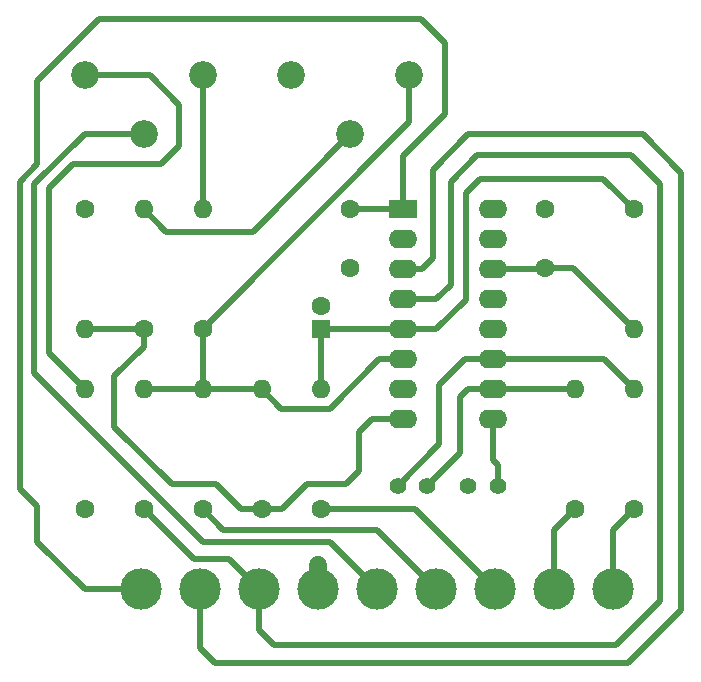
<source format=gbl>
G04 #@! TF.GenerationSoftware,KiCad,Pcbnew,(5.1.7)-1*
G04 #@! TF.CreationDate,2022-12-29T18:38:42+01:00*
G04 #@! TF.ProjectId,Abstimmspannungs-Modul,41627374-696d-46d7-9370-616e6e756e67,rev?*
G04 #@! TF.SameCoordinates,Original*
G04 #@! TF.FileFunction,Copper,L2,Bot*
G04 #@! TF.FilePolarity,Positive*
%FSLAX46Y46*%
G04 Gerber Fmt 4.6, Leading zero omitted, Abs format (unit mm)*
G04 Created by KiCad (PCBNEW (5.1.7)-1) date 2022-12-29 18:38:42*
%MOMM*%
%LPD*%
G01*
G04 APERTURE LIST*
G04 #@! TA.AperFunction,ComponentPad*
%ADD10C,1.400000*%
G04 #@! TD*
G04 #@! TA.AperFunction,ComponentPad*
%ADD11C,1.600000*%
G04 #@! TD*
G04 #@! TA.AperFunction,ComponentPad*
%ADD12O,1.600000X1.600000*%
G04 #@! TD*
G04 #@! TA.AperFunction,ComponentPad*
%ADD13R,2.400000X1.600000*%
G04 #@! TD*
G04 #@! TA.AperFunction,ComponentPad*
%ADD14O,2.400000X1.600000*%
G04 #@! TD*
G04 #@! TA.AperFunction,ComponentPad*
%ADD15C,2.340000*%
G04 #@! TD*
G04 #@! TA.AperFunction,ComponentPad*
%ADD16R,1.600000X1.600000*%
G04 #@! TD*
G04 #@! TA.AperFunction,ComponentPad*
%ADD17C,3.500000*%
G04 #@! TD*
G04 #@! TA.AperFunction,ViaPad*
%ADD18C,1.200000*%
G04 #@! TD*
G04 #@! TA.AperFunction,Conductor*
%ADD19C,1.500000*%
G04 #@! TD*
G04 #@! TA.AperFunction,Conductor*
%ADD20C,0.500000*%
G04 #@! TD*
G04 APERTURE END LIST*
D10*
X76000000Y-78250000D03*
X73500000Y-78250000D03*
X67500000Y-78250000D03*
X70000000Y-78250000D03*
D11*
X82500000Y-80250000D03*
D12*
X82500000Y-70090000D03*
D11*
X87500000Y-80250000D03*
D12*
X87500000Y-70090000D03*
D11*
X61000000Y-80250000D03*
D12*
X61000000Y-70090000D03*
D11*
X87500000Y-54840000D03*
D12*
X87500000Y-65000000D03*
D11*
X63500000Y-54840000D03*
X63500000Y-59840000D03*
X80000000Y-54840000D03*
X80000000Y-59840000D03*
D13*
X67940000Y-54840000D03*
D14*
X75560000Y-72620000D03*
X67940000Y-57380000D03*
X75560000Y-70080000D03*
X67940000Y-59920000D03*
X75560000Y-67540000D03*
X67940000Y-62460000D03*
X75560000Y-65000000D03*
X67940000Y-65000000D03*
X75560000Y-62460000D03*
X67940000Y-67540000D03*
X75560000Y-59920000D03*
X67940000Y-70080000D03*
X75560000Y-57380000D03*
X67940000Y-72620000D03*
X75560000Y-54840000D03*
D11*
X41000000Y-80250000D03*
D12*
X41000000Y-70090000D03*
D11*
X51000000Y-80250000D03*
D12*
X51000000Y-70090000D03*
D11*
X46000000Y-65000000D03*
D12*
X46000000Y-54840000D03*
D11*
X41000000Y-54840000D03*
D12*
X41000000Y-65000000D03*
D11*
X56000000Y-80250000D03*
D12*
X56000000Y-70090000D03*
D11*
X51000000Y-65000000D03*
D12*
X51000000Y-54840000D03*
D11*
X46000000Y-80250000D03*
D12*
X46000000Y-70090000D03*
D15*
X58500000Y-43500000D03*
X63500000Y-48500000D03*
X68500000Y-43500000D03*
X41000000Y-43500000D03*
X46000000Y-48500000D03*
X51000000Y-43500000D03*
D16*
X61000000Y-65000000D03*
D11*
X61000000Y-63000000D03*
D17*
X45750000Y-87000000D03*
X50750000Y-87000000D03*
X55750000Y-87000000D03*
X60750000Y-87000000D03*
X65750000Y-87000000D03*
X70750000Y-87000000D03*
X75750000Y-87000000D03*
X80750000Y-87000000D03*
X85750000Y-87000000D03*
D18*
X60750000Y-85000000D03*
D19*
X60750000Y-87000000D02*
X60750000Y-85000000D01*
D20*
X36750000Y-52750000D02*
X41000000Y-48500000D01*
X36750000Y-68750000D02*
X36750000Y-52750000D01*
X51000000Y-83000000D02*
X36750000Y-68750000D01*
X61750000Y-83000000D02*
X51000000Y-83000000D01*
X41000000Y-48500000D02*
X46000000Y-48500000D01*
X65750000Y-87000000D02*
X61750000Y-83000000D01*
X67940000Y-65000000D02*
X61000000Y-65000000D01*
X61000000Y-65000000D02*
X61000000Y-70090000D01*
X67940000Y-65000000D02*
X70750000Y-65000000D01*
X70750000Y-65000000D02*
X73250000Y-62500000D01*
X73250000Y-62500000D02*
X73250000Y-53500000D01*
X73250000Y-53500000D02*
X74500000Y-52250000D01*
X84910000Y-52250000D02*
X87500000Y-54840000D01*
X74500000Y-52250000D02*
X84910000Y-52250000D01*
X63500000Y-54840000D02*
X67940000Y-54840000D01*
X67940000Y-50310000D02*
X67940000Y-54840000D01*
X71500000Y-40750000D02*
X71500000Y-46750000D01*
X71500000Y-46750000D02*
X67940000Y-50310000D01*
X69500000Y-38750000D02*
X71500000Y-40750000D01*
X37000000Y-44010038D02*
X42260038Y-38750000D01*
X35500000Y-52500000D02*
X37000000Y-51000000D01*
X37000000Y-51000000D02*
X37000000Y-44010038D01*
X35500000Y-78500000D02*
X35500000Y-52500000D01*
X42260038Y-38750000D02*
X69500000Y-38750000D01*
X37000000Y-80000000D02*
X35500000Y-78500000D01*
X37000000Y-83000000D02*
X37000000Y-80000000D01*
X41000000Y-87000000D02*
X37000000Y-83000000D01*
X45750000Y-87000000D02*
X41000000Y-87000000D01*
X69580000Y-59920000D02*
X67940000Y-59920000D01*
X70500000Y-51500000D02*
X70500000Y-59000000D01*
X73500000Y-48500000D02*
X70500000Y-51500000D01*
X70500000Y-59000000D02*
X69580000Y-59920000D01*
X88250000Y-48500000D02*
X73500000Y-48500000D01*
X91500000Y-51750000D02*
X88250000Y-48500000D01*
X91500000Y-88750000D02*
X91500000Y-51750000D01*
X52000000Y-93250000D02*
X87000000Y-93250000D01*
X87000000Y-93250000D02*
X91500000Y-88750000D01*
X50750000Y-92000000D02*
X52000000Y-93250000D01*
X50750000Y-87000000D02*
X50750000Y-92000000D01*
X50250000Y-84500000D02*
X46000000Y-80250000D01*
X53250000Y-84500000D02*
X50250000Y-84500000D01*
X55750000Y-87000000D02*
X53250000Y-84500000D01*
X70790000Y-62460000D02*
X67940000Y-62460000D01*
X72000000Y-61250000D02*
X70790000Y-62460000D01*
X72000000Y-52500000D02*
X72000000Y-61250000D01*
X74250000Y-50250000D02*
X72000000Y-52500000D01*
X89750000Y-52750000D02*
X87250000Y-50250000D01*
X89750000Y-88000000D02*
X89750000Y-52750000D01*
X86000000Y-91750000D02*
X89750000Y-88000000D01*
X57000000Y-91750000D02*
X86000000Y-91750000D01*
X87250000Y-50250000D02*
X74250000Y-50250000D01*
X55750000Y-90500000D02*
X57000000Y-91750000D01*
X55750000Y-87000000D02*
X55750000Y-90500000D01*
X65750000Y-82000000D02*
X70750000Y-87000000D01*
X52750000Y-82000000D02*
X65750000Y-82000000D01*
X51000000Y-80250000D02*
X52750000Y-82000000D01*
X69000000Y-80250000D02*
X75750000Y-87000000D01*
X61000000Y-80250000D02*
X69000000Y-80250000D01*
X80750000Y-82000000D02*
X82500000Y-80250000D01*
X80750000Y-87000000D02*
X80750000Y-82000000D01*
X85750000Y-82000000D02*
X87500000Y-80250000D01*
X85750000Y-87000000D02*
X85750000Y-82000000D01*
X46000000Y-54840000D02*
X47910000Y-56750000D01*
X55250000Y-56750000D02*
X63500000Y-48500000D01*
X47910000Y-56750000D02*
X55250000Y-56750000D01*
X46000000Y-70090000D02*
X56000000Y-70090000D01*
X51000000Y-70090000D02*
X51000000Y-65000000D01*
X56000000Y-70090000D02*
X57660000Y-71750000D01*
X57660000Y-71750000D02*
X61750000Y-71750000D01*
X65960000Y-67540000D02*
X67940000Y-67540000D01*
X61750000Y-71750000D02*
X65960000Y-67540000D01*
X68500000Y-43500000D02*
X68500000Y-47250000D01*
X68500000Y-47500000D02*
X68500000Y-47250000D01*
X51000000Y-65000000D02*
X68500000Y-47500000D01*
X46000000Y-65000000D02*
X41000000Y-65000000D01*
X52125000Y-78125000D02*
X54250000Y-80250000D01*
X48375000Y-78125000D02*
X52125000Y-78125000D01*
X43500000Y-73250000D02*
X48375000Y-78125000D01*
X43500000Y-69000000D02*
X43500000Y-73250000D01*
X46000000Y-66500000D02*
X43500000Y-69000000D01*
X54250000Y-80250000D02*
X56000000Y-80250000D01*
X46000000Y-65000000D02*
X46000000Y-66500000D01*
X64245000Y-73745000D02*
X65370000Y-72620000D01*
X64245000Y-77005000D02*
X64245000Y-73745000D01*
X59870000Y-78120000D02*
X63130000Y-78120000D01*
X65370000Y-72620000D02*
X67940000Y-72620000D01*
X63130000Y-78120000D02*
X64245000Y-77005000D01*
X57750000Y-80240000D02*
X59870000Y-78120000D01*
X57750000Y-80250000D02*
X57750000Y-80240000D01*
X56000000Y-80250000D02*
X57750000Y-80250000D01*
X46500000Y-43500000D02*
X41000000Y-43500000D01*
X49000000Y-46000000D02*
X46500000Y-43500000D01*
X49000000Y-49500000D02*
X49000000Y-46000000D01*
X47500000Y-51000000D02*
X49000000Y-49500000D01*
X40000000Y-51000000D02*
X47500000Y-51000000D01*
X37955000Y-53045000D02*
X40000000Y-51000000D01*
X37955000Y-67045000D02*
X37955000Y-53045000D01*
X41000000Y-70090000D02*
X37955000Y-67045000D01*
X51000000Y-43500000D02*
X51000000Y-54840000D01*
X82490000Y-70080000D02*
X82500000Y-70090000D01*
X75560000Y-70080000D02*
X82490000Y-70080000D01*
X70000000Y-78250000D02*
X72750000Y-75500000D01*
X72750000Y-75500000D02*
X72750000Y-70750000D01*
X73420000Y-70080000D02*
X75560000Y-70080000D01*
X72750000Y-70750000D02*
X73420000Y-70080000D01*
X84950000Y-67540000D02*
X87500000Y-70090000D01*
X75560000Y-67540000D02*
X84950000Y-67540000D01*
X67500000Y-78250000D02*
X71000000Y-74750000D01*
X71000000Y-74750000D02*
X71000000Y-69750000D01*
X73210000Y-67540000D02*
X75560000Y-67540000D01*
X71000000Y-69750000D02*
X73210000Y-67540000D01*
X79920000Y-59920000D02*
X80000000Y-59840000D01*
X75560000Y-59920000D02*
X79920000Y-59920000D01*
X82340000Y-59840000D02*
X87500000Y-65000000D01*
X80000000Y-59840000D02*
X82340000Y-59840000D01*
X75560000Y-72620000D02*
X75560000Y-76060000D01*
X76000000Y-76500000D02*
X76000000Y-78250000D01*
X75560000Y-76060000D02*
X76000000Y-76500000D01*
M02*

</source>
